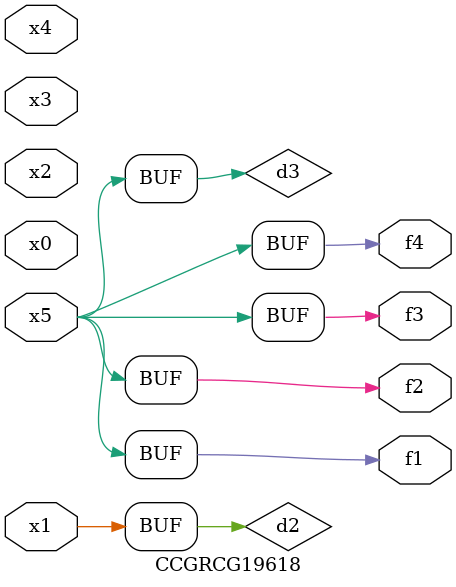
<source format=v>
module CCGRCG19618(
	input x0, x1, x2, x3, x4, x5,
	output f1, f2, f3, f4
);

	wire d1, d2, d3;

	not (d1, x5);
	or (d2, x1);
	xnor (d3, d1);
	assign f1 = d3;
	assign f2 = d3;
	assign f3 = d3;
	assign f4 = d3;
endmodule

</source>
